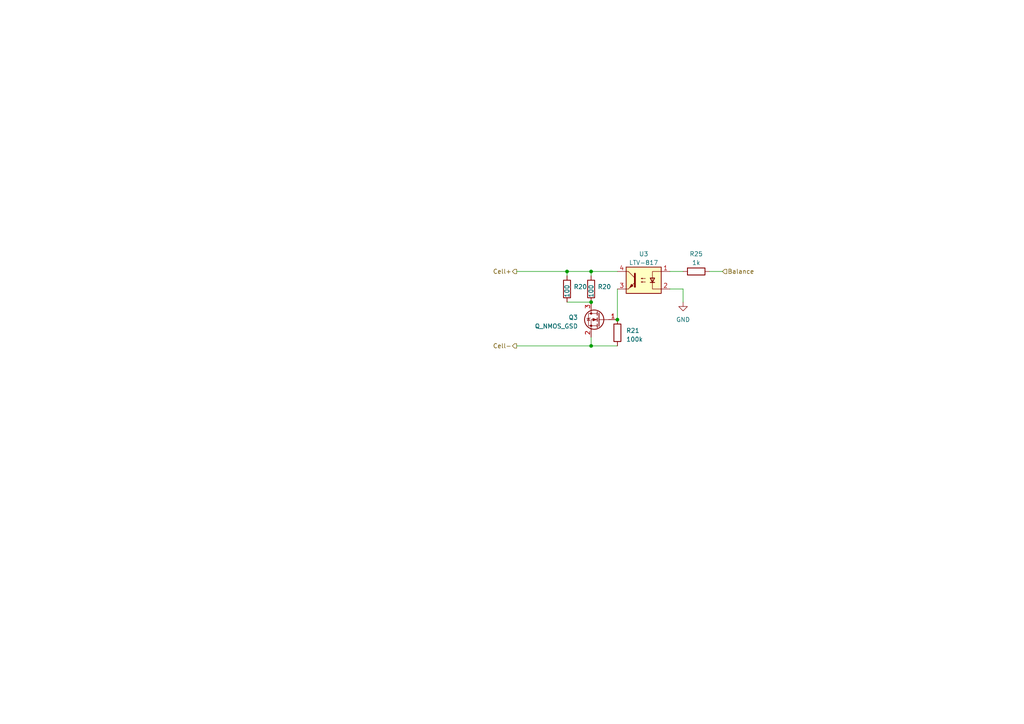
<source format=kicad_sch>
(kicad_sch (version 20230121) (generator eeschema)
  (paper "A4")
  (lib_symbols
    (symbol "Device:Q_NMOS_GSD" (pin_names (offset 0) hide)
      (property "Reference" "Q" (at 5.08 1.27 0))
      (property "Value" "Q_NMOS_GSD" (at 5.08 -1.27 0))
      (symbol "Q_NMOS_GSD_0_1"
        (polyline (pts (xy 0.254 0) (xy -2.54 0)))
        (polyline (pts (xy 0.254 1.905) (xy 0.254 -1.905)) (stroke (width 0.254)))
        (polyline (pts (xy 0.762 -1.27) (xy 0.762 -2.286)) (stroke (width 0.254)))
        (polyline (pts (xy 0.762 0.508) (xy 0.762 -0.508)) (stroke (width 0.254)))
        (polyline (pts (xy 0.762 2.286) (xy 0.762 1.27)) (stroke (width 0.254)))
        (polyline (pts (xy 2.54 2.54) (xy 2.54 1.778)))
        (polyline (pts (xy 2.54 -2.54) (xy 2.54 0) (xy 0.762 0)))
        (polyline (pts (xy 0.762 -1.778) (xy 3.302 -1.778) (xy 3.302 1.778) (xy 0.762 1.778)))
        (polyline (pts (xy 1.016 0) (xy 2.032 0.381) (xy 2.032 -0.381) (xy 1.016 0)) (fill (type outline)))
        (polyline (pts (xy 2.794 0.508) (xy 2.921 0.381) (xy 3.683 0.381) (xy 3.81 0.254)))
        (polyline (pts (xy 3.302 0.381) (xy 2.921 -0.254) (xy 3.683 -0.254) (xy 3.302 0.381)))
        (circle (center 1.651 0) (radius 2.794) (stroke (width 0.254)))
        (circle (center 2.54 -1.778) (radius 0.254) (fill (type outline)))
        (circle (center 2.54 1.778) (radius 0.254) (fill (type outline)))
      )
      (symbol "Q_NMOS_GSD_1_1"
        (pin input line (at -5.08 0 0) (length 2.54) (name "G") (number "1"))
        (pin passive line (at 2.54 -5.08 90) (length 2.54) (name "S") (number "2"))
        (pin passive line (at 2.54 5.08 270) (length 2.54) (name "D") (number "3"))
      )
    )
    (symbol "Device:R" (pin_numbers hide) (pin_names (offset 0))
      (property "Reference" "R" (at 2.032 0 90))
      (property "Value" "R" (at 0 0 90))
      (symbol "R_0_1"
        (rectangle (start -1.016 -2.54) (end 1.016 2.54) (stroke (width 0.254)))
      )
      (symbol "R_1_1"
        (pin passive line (at 0 3.81 270) (length 1.27) (name "~") (number "1"))
        (pin passive line (at 0 -3.81 90) (length 1.27) (name "~") (number "2"))
      )
    )
    (symbol "Isolator:LTV-817" (pin_names (offset 1.016))
      (property "Reference" "U" (at -5.08 5.08 0))
      (property "Value" "LTV-817" (at 0 5.08 0))
      (symbol "LTV-817_0_1"
        (rectangle (start -5.08 3.81) (end 5.08 -3.81) (stroke (width 0.254)) (fill (type background)))
        (polyline (pts (xy -3.175 -0.635) (xy -1.905 -0.635)) (stroke (width 0.254)))
        (polyline (pts (xy 2.54 0.635) (xy 4.445 2.54)))
        (polyline (pts (xy 4.445 -2.54) (xy 2.54 -0.635)) (fill (type outline)))
        (polyline (pts (xy 4.445 -2.54) (xy 5.08 -2.54)))
        (polyline (pts (xy 4.445 2.54) (xy 5.08 2.54)))
        (polyline (pts (xy -5.08 2.54) (xy -2.54 2.54) (xy -2.54 -0.762)))
        (polyline (pts (xy -2.54 -0.635) (xy -2.54 -2.54) (xy -5.08 -2.54)))
        (polyline (pts (xy 2.54 1.905) (xy 2.54 -1.905) (xy 2.54 -1.905)) (stroke (width 0.508)))
        (polyline (pts (xy -2.54 -0.635) (xy -3.175 0.635) (xy -1.905 0.635) (xy -2.54 -0.635)) (stroke (width 0.254)))
        (polyline (pts (xy -0.508 -0.508) (xy 0.762 -0.508) (xy 0.381 -0.635) (xy 0.381 -0.381) (xy 0.762 -0.508)))
        (polyline (pts (xy -0.508 0.508) (xy 0.762 0.508) (xy 0.381 0.381) (xy 0.381 0.635) (xy 0.762 0.508)))
        (polyline (pts (xy 3.048 -1.651) (xy 3.556 -1.143) (xy 4.064 -2.159) (xy 3.048 -1.651) (xy 3.048 -1.651)) (fill (type outline)))
      )
      (symbol "LTV-817_1_1"
        (pin passive line (at -7.62 2.54 0) (length 2.54) (name "~") (number "1"))
        (pin passive line (at -7.62 -2.54 0) (length 2.54) (name "~") (number "2"))
        (pin passive line (at 7.62 -2.54 180) (length 2.54) (name "~") (number "3"))
        (pin passive line (at 7.62 2.54 180) (length 2.54) (name "~") (number "4"))
      )
    )
    (symbol "power:GND" (power) (pin_names (offset 0))
      (property "Value" "GND" (at 0 -3.81 0))
      (symbol "GND_0_1"
        (polyline (pts (xy 0 0) (xy 0 -1.27) (xy 1.27 -1.27) (xy 0 -2.54) (xy -1.27 -1.27) (xy 0 -1.27)))
      )
      (symbol "GND_1_1"
        (pin power_in line (at 0 0 270) (length 0) hide (name "GND") (number "1"))
      )
    )
  )
  (junction (at 179.07 92.71))
  (junction (at 171.45 78.74))
  (junction (at 171.45 87.63))
  (junction (at 171.45 100.33))
  (junction (at 164.465 78.74))
  (wire (pts (xy 194.31 83.82) (xy 198.12 83.82)))
  (wire (pts (xy 171.45 78.74) (xy 171.45 80.01)))
  (wire (pts (xy 194.31 78.74) (xy 198.12 78.74)))
  (wire (pts (xy 171.45 97.79) (xy 171.45 100.33)))
  (wire (pts (xy 164.465 78.74) (xy 171.45 78.74)))
  (wire (pts (xy 171.45 78.74) (xy 179.07 78.74)))
  (wire (pts (xy 198.12 83.82) (xy 198.12 87.63)))
  (wire (pts (xy 164.465 87.63) (xy 171.45 87.63)))
  (wire (pts (xy 149.86 78.74) (xy 164.465 78.74)))
  (wire (pts (xy 205.74 78.74) (xy 209.55 78.74)))
  (wire (pts (xy 179.07 83.82) (xy 179.07 92.71)))
  (wire (pts (xy 171.45 100.33) (xy 149.86 100.33)))
  (wire (pts (xy 164.465 78.74) (xy 164.465 80.01)))
  (wire (pts (xy 171.45 100.33) (xy 179.07 100.33)))
  (hierarchical_label "Cell-" (shape output) (at 149.86 100.33 180))
  (hierarchical_label "Cell+" (shape output) (at 149.86 78.74 180))
  (hierarchical_label "Balance" (shape input) (at 209.55 78.74 0))
  (symbol (lib_id "Device:R") (at 201.93 78.74 270) (unit 1)
    (property "Reference" "R25" (at 201.93 73.66 90))
    (property "Value" "1k" (at 201.93 76.2 90))
    (property "Footprint" "Resistor_SMD:R_0805_2012Metric" (effects hide))
    (instances (project "BMS_Project" (path "" (reference "R25") (unit 1)) (path "" (reference "R25") (unit 1))) (project "Cell_holder_board" (path "" (reference "R12") (unit 1)) (path "" (reference "R23") (unit 1)) (path "" (reference "R27") (unit 1)) (path "" (reference "R31") (unit 1)) (path "" (reference "R35") (unit 1))) (project "Test_Projekt" (path "" (reference "R28") (unit 1))))
  )
  (symbol (lib_id "Device:R") (at 171.45 83.82 0) (unit 1)
    (property "Reference" "R20" (at 173.355 83.185 0) (effects (justify left)))
    (property "Value" "100" (at 171.45 86.36 90) (effects (justify left)))
    (property "Footprint" "Resistor_THT:R_Axial_DIN0207_L6.3mm_D2.5mm_P10.16mm_Horizontal" (effects hide))
    (instances (project "BMS_Project" (path "" (reference "R20") (unit 1)) (path "" (reference "R20") (unit 1))) (project "Cell_holder_board" (path "" (reference "R5") (unit 1)) (path "" (reference "R21") (unit 1)) (path "" (reference "R25") (unit 1)) (path "" (reference "R29") (unit 1)) (path "" (reference "R33") (unit 1))) (project "Test_Projekt" (path "" (reference "R4") (unit 1))))
  )
  (symbol (lib_id "Isolator:LTV-817") (at 186.69 81.28 0) (mirror y) (unit 1)
    (property "Reference" "U3" (at 186.69 73.66 0))
    (property "Value" "LTV-817" (at 186.69 76.2 0))
    (property "Footprint" "Package_DIP:DIP-4_W7.62mm" (effects hide))
    (property "Datasheet" "http://www.us.liteon.com/downloads/LTV-817-827-847.PDF" (effects hide))
    (instances (project "BMS_Project" (path "" (reference "U3") (unit 1)) (path "" (reference "U3") (unit 1))) (project "Cell_holder_board" (path "" (reference "U6") (unit 1)) (path "" (reference "U11") (unit 1)) (path "" (reference "U12") (unit 1)) (path "" (reference "U13") (unit 1)) (path "" (reference "U14") (unit 1))) (project "Test_Projekt" (path "" (reference "U6") (unit 1))))
  )
  (symbol (lib_id "Device:Q_NMOS_GSD") (at 173.99 92.71 0) (mirror y) (unit 1)
    (property "Reference" "Q3" (at 167.64 92.075 0) (effects (justify left)))
    (property "Value" "Q_NMOS_GSD" (at 167.64 94.615 0) (effects (justify left)))
    (property "Footprint" "Package_TO_SOT_SMD:SOT-23" (effects hide))
    (instances (project "Cell_holder_board" (path "" (reference "Q3") (unit 1)) (path "" (reference "Q4") (unit 1)) (path "" (reference "Q5") (unit 1)) (path "" (reference "Q6") (unit 1))))
  )
  (symbol (lib_id "Device:R") (at 164.465 83.82 0) (unit 1)
    (property "Reference" "R20" (at 166.37 83.185 0) (effects (justify left)))
    (property "Value" "100" (at 164.465 86.36 90) (effects (justify left)))
    (property "Footprint" "Resistor_THT:R_Axial_DIN0207_L6.3mm_D2.5mm_P10.16mm_Horizontal" (effects hide))
    (instances (project "BMS_Project" (path "" (reference "R20") (unit 1)) (path "" (reference "R20") (unit 1))) (project "Cell_holder_board" (path "" (reference "R4") (unit 1)) (path "" (reference "R20") (unit 1)) (path "" (reference "R24") (unit 1)) (path "" (reference "R28") (unit 1)) (path "" (reference "R32") (unit 1))) (project "Test_Projekt" (path "" (reference "R4") (unit 1))))
  )
  (symbol (lib_id "Device:R") (at 179.07 96.52 0) (unit 1)
    (property "Reference" "R21" (at 181.61 95.885 0) (effects (justify left)))
    (property "Value" "100k" (at 181.61 98.425 0) (effects (justify left)))
    (property "Footprint" "Resistor_SMD:R_0805_2012Metric" (effects hide))
    (instances (project "BMS_Project" (path "" (reference "R21") (unit 1)) (path "" (reference "R21") (unit 1))) (project "Cell_holder_board" (path "" (reference "R8") (unit 1)) (path "" (reference "R22") (unit 1)) (path "" (reference "R26") (unit 1)) (path "" (reference "R30") (unit 1)) (path "" (reference "R34") (unit 1))) (project "Test_Projekt" (path "" (reference "R27") (unit 1))))
  )
  (symbol (lib_id "power:GND") (at 198.12 87.63 0) (unit 1)
    (property "Reference" "#PWR014" (effects hide))
    (property "Value" "GND" (at 198.12 92.71 0))
    (instances (project "BMS_Project" (path "" (reference "#PWR014") (unit 1)) (path "" (reference "#PWR014") (unit 1))) (project "Cell_holder_board" (path "" (reference "#PWR08") (unit 1)) (path "" (reference "#PWR026") (unit 1)) (path "" (reference "#PWR028") (unit 1)) (path "" (reference "#PWR030") (unit 1)) (path "" (reference "#PWR032") (unit 1))) (project "Test_Projekt" (path "" (reference "#PWR023") (unit 1))))
  )
)
</source>
